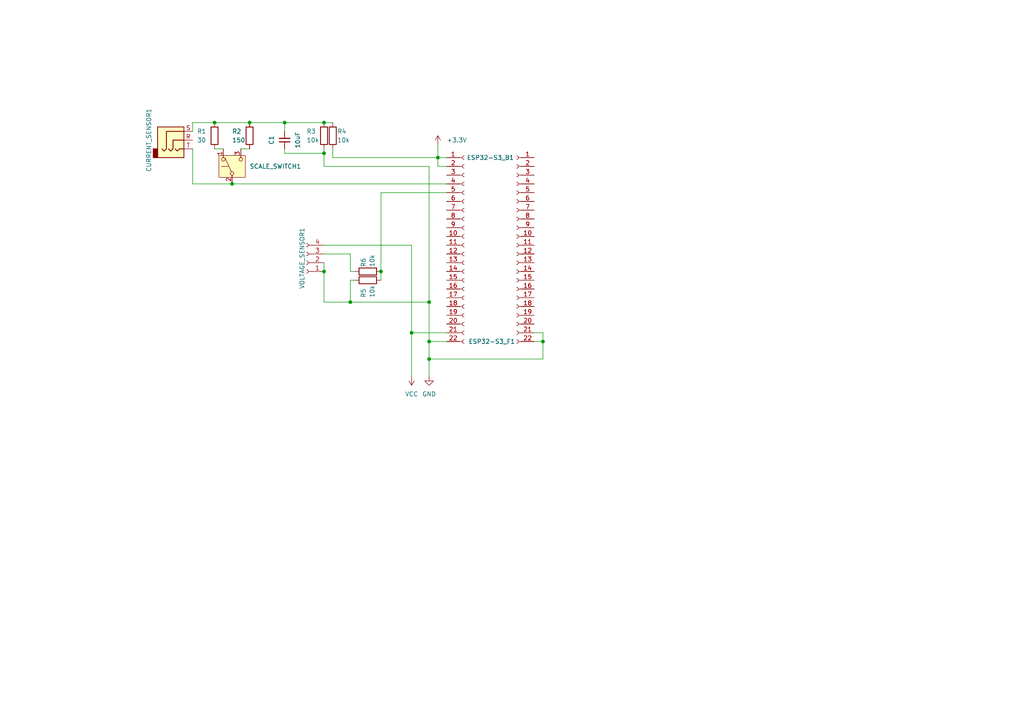
<source format=kicad_sch>
(kicad_sch (version 20230121) (generator eeschema)
  (paper "A4")
  (lib_symbols
    (symbol "Connector:Conn_01x04_Socket" (pin_names (offset 1.016) hide)
      (property "Reference" "J" (at 0 5.08 0))
      (property "Value" "Conn_01x04_Socket" (at 0 -7.62 0))
      (symbol "Conn_01x04_Socket_1_1"
        (arc (start 0 -4.572) (mid -0.5058 -5.08) (end 0 -5.588) (stroke (width 0.1524)))
        (arc (start 0 -2.032) (mid -0.5058 -2.54) (end 0 -3.048) (stroke (width 0.1524)))
        (polyline (pts (xy -1.27 -5.08) (xy -0.508 -5.08)) (stroke (width 0.1524)))
        (polyline (pts (xy -1.27 -2.54) (xy -0.508 -2.54)) (stroke (width 0.1524)))
        (polyline (pts (xy -1.27 0) (xy -0.508 0)) (stroke (width 0.1524)))
        (polyline (pts (xy -1.27 2.54) (xy -0.508 2.54)) (stroke (width 0.1524)))
        (arc (start 0 0.508) (mid -0.5058 0) (end 0 -0.508) (stroke (width 0.1524)))
        (arc (start 0 3.048) (mid -0.5058 2.54) (end 0 2.032) (stroke (width 0.1524)))
        (pin passive line (at -5.08 2.54 0) (length 3.81) (name "Pin_1") (number "1"))
        (pin passive line (at -5.08 0 0) (length 3.81) (name "Pin_2") (number "2"))
        (pin passive line (at -5.08 -2.54 0) (length 3.81) (name "Pin_3") (number "3"))
        (pin passive line (at -5.08 -5.08 0) (length 3.81) (name "Pin_4") (number "4"))
      )
    )
    (symbol "Connector:Conn_01x22_Socket" (pin_names (offset 1.016) hide)
      (property "Reference" "J" (at 0 27.94 0))
      (property "Value" "Conn_01x22_Socket" (at 0 -30.48 0))
      (symbol "Conn_01x22_Socket_1_1"
        (arc (start 0 -27.432) (mid -0.5058 -27.94) (end 0 -28.448) (stroke (width 0.1524)))
        (arc (start 0 -24.892) (mid -0.5058 -25.4) (end 0 -25.908) (stroke (width 0.1524)))
        (arc (start 0 -22.352) (mid -0.5058 -22.86) (end 0 -23.368) (stroke (width 0.1524)))
        (arc (start 0 -19.812) (mid -0.5058 -20.32) (end 0 -20.828) (stroke (width 0.1524)))
        (arc (start 0 -17.272) (mid -0.5058 -17.78) (end 0 -18.288) (stroke (width 0.1524)))
        (arc (start 0 -14.732) (mid -0.5058 -15.24) (end 0 -15.748) (stroke (width 0.1524)))
        (arc (start 0 -12.192) (mid -0.5058 -12.7) (end 0 -13.208) (stroke (width 0.1524)))
        (arc (start 0 -9.652) (mid -0.5058 -10.16) (end 0 -10.668) (stroke (width 0.1524)))
        (arc (start 0 -7.112) (mid -0.5058 -7.62) (end 0 -8.128) (stroke (width 0.1524)))
        (arc (start 0 -4.572) (mid -0.5058 -5.08) (end 0 -5.588) (stroke (width 0.1524)))
        (arc (start 0 -2.032) (mid -0.5058 -2.54) (end 0 -3.048) (stroke (width 0.1524)))
        (polyline (pts (xy -1.27 -27.94) (xy -0.508 -27.94)) (stroke (width 0.1524)))
        (polyline (pts (xy -1.27 -25.4) (xy -0.508 -25.4)) (stroke (width 0.1524)))
        (polyline (pts (xy -1.27 -22.86) (xy -0.508 -22.86)) (stroke (width 0.1524)))
        (polyline (pts (xy -1.27 -20.32) (xy -0.508 -20.32)) (stroke (width 0.1524)))
        (polyline (pts (xy -1.27 -17.78) (xy -0.508 -17.78)) (stroke (width 0.1524)))
        (polyline (pts (xy -1.27 -15.24) (xy -0.508 -15.24)) (stroke (width 0.1524)))
        (polyline (pts (xy -1.27 -12.7) (xy -0.508 -12.7)) (stroke (width 0.1524)))
        (polyline (pts (xy -1.27 -10.16) (xy -0.508 -10.16)) (stroke (width 0.1524)))
        (polyline (pts (xy -1.27 -7.62) (xy -0.508 -7.62)) (stroke (width 0.1524)))
        (polyline (pts (xy -1.27 -5.08) (xy -0.508 -5.08)) (stroke (width 0.1524)))
        (polyline (pts (xy -1.27 -2.54) (xy -0.508 -2.54)) (stroke (width 0.1524)))
        (polyline (pts (xy -1.27 0) (xy -0.508 0)) (stroke (width 0.1524)))
        (polyline (pts (xy -1.27 2.54) (xy -0.508 2.54)) (stroke (width 0.1524)))
        (polyline (pts (xy -1.27 5.08) (xy -0.508 5.08)) (stroke (width 0.1524)))
        (polyline (pts (xy -1.27 7.62) (xy -0.508 7.62)) (stroke (width 0.1524)))
        (polyline (pts (xy -1.27 10.16) (xy -0.508 10.16)) (stroke (width 0.1524)))
        (polyline (pts (xy -1.27 12.7) (xy -0.508 12.7)) (stroke (width 0.1524)))
        (polyline (pts (xy -1.27 15.24) (xy -0.508 15.24)) (stroke (width 0.1524)))
        (polyline (pts (xy -1.27 17.78) (xy -0.508 17.78)) (stroke (width 0.1524)))
        (polyline (pts (xy -1.27 20.32) (xy -0.508 20.32)) (stroke (width 0.1524)))
        (polyline (pts (xy -1.27 22.86) (xy -0.508 22.86)) (stroke (width 0.1524)))
        (polyline (pts (xy -1.27 25.4) (xy -0.508 25.4)) (stroke (width 0.1524)))
        (arc (start 0 0.508) (mid -0.5058 0) (end 0 -0.508) (stroke (width 0.1524)))
        (arc (start 0 3.048) (mid -0.5058 2.54) (end 0 2.032) (stroke (width 0.1524)))
        (arc (start 0 5.588) (mid -0.5058 5.08) (end 0 4.572) (stroke (width 0.1524)))
        (arc (start 0 8.128) (mid -0.5058 7.62) (end 0 7.112) (stroke (width 0.1524)))
        (arc (start 0 10.668) (mid -0.5058 10.16) (end 0 9.652) (stroke (width 0.1524)))
        (arc (start 0 13.208) (mid -0.5058 12.7) (end 0 12.192) (stroke (width 0.1524)))
        (arc (start 0 15.748) (mid -0.5058 15.24) (end 0 14.732) (stroke (width 0.1524)))
        (arc (start 0 18.288) (mid -0.5058 17.78) (end 0 17.272) (stroke (width 0.1524)))
        (arc (start 0 20.828) (mid -0.5058 20.32) (end 0 19.812) (stroke (width 0.1524)))
        (arc (start 0 23.368) (mid -0.5058 22.86) (end 0 22.352) (stroke (width 0.1524)))
        (arc (start 0 25.908) (mid -0.5058 25.4) (end 0 24.892) (stroke (width 0.1524)))
        (pin passive line (at -5.08 25.4 0) (length 3.81) (name "Pin_1") (number "1"))
        (pin passive line (at -5.08 2.54 0) (length 3.81) (name "Pin_10") (number "10"))
        (pin passive line (at -5.08 0 0) (length 3.81) (name "Pin_11") (number "11"))
        (pin passive line (at -5.08 -2.54 0) (length 3.81) (name "Pin_12") (number "12"))
        (pin passive line (at -5.08 -5.08 0) (length 3.81) (name "Pin_13") (number "13"))
        (pin passive line (at -5.08 -7.62 0) (length 3.81) (name "Pin_14") (number "14"))
        (pin passive line (at -5.08 -10.16 0) (length 3.81) (name "Pin_15") (number "15"))
        (pin passive line (at -5.08 -12.7 0) (length 3.81) (name "Pin_16") (number "16"))
        (pin passive line (at -5.08 -15.24 0) (length 3.81) (name "Pin_17") (number "17"))
        (pin passive line (at -5.08 -17.78 0) (length 3.81) (name "Pin_18") (number "18"))
        (pin passive line (at -5.08 -20.32 0) (length 3.81) (name "Pin_19") (number "19"))
        (pin passive line (at -5.08 22.86 0) (length 3.81) (name "Pin_2") (number "2"))
        (pin passive line (at -5.08 -22.86 0) (length 3.81) (name "Pin_20") (number "20"))
        (pin passive line (at -5.08 -25.4 0) (length 3.81) (name "Pin_21") (number "21"))
        (pin passive line (at -5.08 -27.94 0) (length 3.81) (name "Pin_22") (number "22"))
        (pin passive line (at -5.08 20.32 0) (length 3.81) (name "Pin_3") (number "3"))
        (pin passive line (at -5.08 17.78 0) (length 3.81) (name "Pin_4") (number "4"))
        (pin passive line (at -5.08 15.24 0) (length 3.81) (name "Pin_5") (number "5"))
        (pin passive line (at -5.08 12.7 0) (length 3.81) (name "Pin_6") (number "6"))
        (pin passive line (at -5.08 10.16 0) (length 3.81) (name "Pin_7") (number "7"))
        (pin passive line (at -5.08 7.62 0) (length 3.81) (name "Pin_8") (number "8"))
        (pin passive line (at -5.08 5.08 0) (length 3.81) (name "Pin_9") (number "9"))
      )
    )
    (symbol "Connector_Audio:AudioJack3"
      (property "Reference" "J" (at 0 8.89 0))
      (property "Value" "AudioJack3" (at 0 6.35 0))
      (symbol "AudioJack3_0_1"
        (rectangle (start -5.08 -5.08) (end -6.35 -2.54) (stroke (width 0.254)) (fill (type outline)))
        (polyline (pts (xy 0 -2.54) (xy 0.635 -3.175) (xy 1.27 -2.54) (xy 2.54 -2.54)) (stroke (width 0.254)))
        (polyline (pts (xy -1.905 -2.54) (xy -1.27 -3.175) (xy -0.635 -2.54) (xy -0.635 0) (xy 2.54 0)) (stroke (width 0.254)))
        (polyline (pts (xy 2.54 2.54) (xy -2.54 2.54) (xy -2.54 -2.54) (xy -3.175 -3.175) (xy -3.81 -2.54)) (stroke (width 0.254)))
        (rectangle (start 2.54 3.81) (end -5.08 -5.08) (stroke (width 0.254)) (fill (type background)))
      )
      (symbol "AudioJack3_1_1"
        (pin passive line (at 5.08 0 180) (length 2.54) (name "~") (number "R"))
        (pin passive line (at 5.08 2.54 180) (length 2.54) (name "~") (number "S"))
        (pin passive line (at 5.08 -2.54 180) (length 2.54) (name "~") (number "T"))
      )
    )
    (symbol "Device:C_Small" (pin_numbers hide) (pin_names (offset 0.254) hide)
      (property "Reference" "C" (at 0.254 1.778 0))
      (property "Value" "C_Small" (at 0.254 -2.032 0))
      (symbol "C_Small_0_1"
        (polyline (pts (xy -1.524 -0.508) (xy 1.524 -0.508)) (stroke (width 0.3302)))
        (polyline (pts (xy -1.524 0.508) (xy 1.524 0.508)) (stroke (width 0.3048)))
      )
      (symbol "C_Small_1_1"
        (pin passive line (at 0 2.54 270) (length 2.032) (name "~") (number "1"))
        (pin passive line (at 0 -2.54 90) (length 2.032) (name "~") (number "2"))
      )
    )
    (symbol "Device:R" (pin_numbers hide) (pin_names (offset 0))
      (property "Reference" "R" (at 2.032 0 90))
      (property "Value" "R" (at 0 0 90))
      (symbol "R_0_1"
        (rectangle (start -1.016 -2.54) (end 1.016 2.54) (stroke (width 0.254)))
      )
      (symbol "R_1_1"
        (pin passive line (at 0 3.81 270) (length 1.27) (name "~") (number "1"))
        (pin passive line (at 0 -3.81 90) (length 1.27) (name "~") (number "2"))
      )
    )
    (symbol "Switch:SW_Push_SPDT" (pin_names (offset 0) hide)
      (property "Reference" "SW" (at 0 5.08 0))
      (property "Value" "SW_Push_SPDT" (at 0 -5.08 0))
      (symbol "SW_Push_SPDT_0_0"
        (circle (center -2.032 0) (radius 0.508))
        (polyline (pts (xy 0 1.016) (xy 0 3.048)))
        (circle (center 2.032 -2.54) (radius 0.508))
      )
      (symbol "SW_Push_SPDT_0_1"
        (polyline (pts (xy -1.524 0.2032) (xy 2.3368 1.9812)))
        (circle (center 2.032 2.54) (radius 0.508))
      )
      (symbol "SW_Push_SPDT_1_1"
        (rectangle (start -3.175 3.81) (end 3.175 -3.81) (fill (type background)))
        (pin passive line (at 5.08 2.54 180) (length 2.54) (name "A") (number "1"))
        (pin passive line (at -5.08 0 0) (length 2.54) (name "B") (number "2"))
        (pin passive line (at 5.08 -2.54 180) (length 2.54) (name "C") (number "3"))
      )
    )
    (symbol "power:+3.3V" (power) (pin_names (offset 0))
      (property "Value" "+3.3V" (at 0 3.556 0))
      (symbol "+3.3V_0_1"
        (polyline (pts (xy -0.762 1.27) (xy 0 2.54)))
        (polyline (pts (xy 0 0) (xy 0 2.54)))
        (polyline (pts (xy 0 2.54) (xy 0.762 1.27)))
      )
      (symbol "+3.3V_1_1"
        (pin power_in line (at 0 0 90) (length 0) hide (name "+3.3V") (number "1"))
      )
    )
    (symbol "power:GND" (power) (pin_names (offset 0))
      (property "Value" "GND" (at 0 -3.81 0))
      (symbol "GND_0_1"
        (polyline (pts (xy 0 0) (xy 0 -1.27) (xy 1.27 -1.27) (xy 0 -2.54) (xy -1.27 -1.27) (xy 0 -1.27)))
      )
      (symbol "GND_1_1"
        (pin power_in line (at 0 0 270) (length 0) hide (name "GND") (number "1"))
      )
    )
    (symbol "power:VCC" (power) (pin_names (offset 0))
      (property "Value" "VCC" (at 0 3.81 0))
      (symbol "VCC_0_1"
        (polyline (pts (xy -0.762 1.27) (xy 0 2.54)))
        (polyline (pts (xy 0 0) (xy 0 2.54)))
        (polyline (pts (xy 0 2.54) (xy 0.762 1.27)))
      )
      (symbol "VCC_1_1"
        (pin power_in line (at 0 0 90) (length 0) hide (name "VCC") (number "1"))
      )
    )
  )
  (junction (at 93.98 35.56))
  (junction (at 124.46 104.14))
  (junction (at 127 45.72))
  (junction (at 124.46 99.06))
  (junction (at 82.55 35.56))
  (junction (at 93.98 78.74))
  (junction (at 62.23 35.56))
  (junction (at 72.39 35.56))
  (junction (at 67.31 53.34))
  (junction (at 119.38 96.52))
  (junction (at 101.6 87.63))
  (junction (at 93.98 44.45))
  (junction (at 124.46 87.63))
  (junction (at 157.48 99.06))
  (junction (at 110.49 78.74))
  (wire (pts (xy 154.94 96.52) (xy 157.48 96.52)))
  (wire (pts (xy 129.54 45.72) (xy 127 45.72)))
  (wire (pts (xy 82.55 35.56) (xy 93.98 35.56)))
  (wire (pts (xy 124.46 48.26) (xy 124.46 87.63)))
  (wire (pts (xy 157.48 96.52) (xy 157.48 99.06)))
  (wire (pts (xy 93.98 71.12) (xy 119.38 71.12)))
  (wire (pts (xy 82.55 38.1) (xy 82.55 35.56)))
  (wire (pts (xy 64.77 43.18) (xy 62.23 43.18)))
  (wire (pts (xy 55.88 35.56) (xy 55.88 38.1)))
  (wire (pts (xy 93.98 48.26) (xy 124.46 48.26)))
  (wire (pts (xy 72.39 35.56) (xy 82.55 35.56)))
  (wire (pts (xy 110.49 55.88) (xy 110.49 78.74)))
  (wire (pts (xy 124.46 99.06) (xy 129.54 99.06)))
  (wire (pts (xy 101.6 73.66) (xy 93.98 73.66)))
  (wire (pts (xy 101.6 81.28) (xy 102.87 81.28)))
  (wire (pts (xy 69.85 43.18) (xy 72.39 43.18)))
  (wire (pts (xy 129.54 55.88) (xy 110.49 55.88)))
  (wire (pts (xy 93.98 76.2) (xy 93.98 78.74)))
  (wire (pts (xy 82.55 44.45) (xy 82.55 43.18)))
  (wire (pts (xy 127 48.26) (xy 127 45.72)))
  (wire (pts (xy 93.98 35.56) (xy 96.52 35.56)))
  (wire (pts (xy 67.31 53.34) (xy 129.54 53.34)))
  (wire (pts (xy 154.94 99.06) (xy 157.48 99.06)))
  (wire (pts (xy 127 41.91) (xy 127 45.72)))
  (wire (pts (xy 96.52 43.18) (xy 96.52 45.72)))
  (wire (pts (xy 93.98 78.74) (xy 93.98 87.63)))
  (wire (pts (xy 157.48 99.06) (xy 157.48 104.14)))
  (wire (pts (xy 101.6 87.63) (xy 124.46 87.63)))
  (wire (pts (xy 119.38 71.12) (xy 119.38 96.52)))
  (wire (pts (xy 110.49 78.74) (xy 110.49 81.28)))
  (wire (pts (xy 96.52 45.72) (xy 127 45.72)))
  (wire (pts (xy 124.46 99.06) (xy 124.46 104.14)))
  (wire (pts (xy 62.23 35.56) (xy 72.39 35.56)))
  (wire (pts (xy 93.98 44.45) (xy 93.98 43.18)))
  (wire (pts (xy 93.98 48.26) (xy 93.98 44.45)))
  (wire (pts (xy 93.98 87.63) (xy 101.6 87.63)))
  (wire (pts (xy 101.6 81.28) (xy 101.6 87.63)))
  (wire (pts (xy 82.55 44.45) (xy 93.98 44.45)))
  (wire (pts (xy 124.46 87.63) (xy 124.46 99.06)))
  (wire (pts (xy 124.46 104.14) (xy 157.48 104.14)))
  (wire (pts (xy 101.6 78.74) (xy 101.6 73.66)))
  (wire (pts (xy 119.38 96.52) (xy 129.54 96.52)))
  (wire (pts (xy 55.88 35.56) (xy 62.23 35.56)))
  (wire (pts (xy 55.88 53.34) (xy 67.31 53.34)))
  (wire (pts (xy 124.46 104.14) (xy 124.46 109.22)))
  (wire (pts (xy 55.88 43.18) (xy 55.88 53.34)))
  (wire (pts (xy 119.38 96.52) (xy 119.38 109.22)))
  (wire (pts (xy 101.6 78.74) (xy 102.87 78.74)))
  (wire (pts (xy 129.54 48.26) (xy 127 48.26)))
  (symbol (lib_id "Device:R") (at 96.52 39.37 0) (unit 1)
    (property "Reference" "R4" (at 97.79 38.1 0) (effects (justify left)))
    (property "Value" "10k" (at 97.79 40.64 0) (effects (justify left)))
    (property "Footprint" "Resistor_THT:R_Axial_DIN0207_L6.3mm_D2.5mm_P10.16mm_Horizontal" (effects hide))
  )
  (symbol (lib_id "Device:R") (at 72.39 39.37 0) (unit 1)
    (property "Reference" "R2" (at 67.31 38.1 0) (effects (justify left)))
    (property "Value" "150" (at 67.31 40.64 0) (effects (justify left)))
    (property "Footprint" "Resistor_THT:R_Axial_DIN0207_L6.3mm_D2.5mm_P10.16mm_Horizontal" (effects hide))
  )
  (symbol (lib_id "Device:R") (at 106.68 81.28 90) (unit 1)
    (property "Reference" "R5" (at 105.41 86.36 0) (effects (justify left)))
    (property "Value" "10k" (at 107.95 86.36 0) (effects (justify left)))
    (property "Footprint" "Resistor_THT:R_Axial_DIN0207_L6.3mm_D2.5mm_P10.16mm_Horizontal" (effects hide))
  )
  (symbol (lib_id "power:GND") (at 124.46 109.22 0) (unit 1)
    (property "Reference" "#PWR01" (effects hide))
    (property "Value" "GND" (at 124.46 114.3 0))
  )
  (symbol (lib_id "Connector:Conn_01x22_Socket") (at 149.86 71.12 0) (mirror y) (unit 1)
    (property "Reference" "ESP32-S3_B1" (at 142.24 45.72 0))
    (property "Value" "Conn_01x22_Socket" (effects hide))
    (property "Footprint" "Connector_PinSocket_2.54mm:PinSocket_1x22_P2.54mm_Vertical" (effects hide))
  )
  (symbol (lib_id "power:+3.3V") (at 127 41.91 0) (unit 1)
    (property "Reference" "#PWR02" (effects hide))
    (property "Value" "+3.3V" (at 129.54 40.64 0) (effects (justify left)))
  )
  (symbol (lib_id "Connector:Conn_01x22_Socket") (at 134.62 71.12 0) (unit 1)
    (property "Reference" "ESP32-S3_F1" (at 135.89 99.06 0) (effects (justify left)))
    (property "Value" "Conn_01x22_Socket" (effects hide))
    (property "Footprint" "Connector_PinSocket_2.54mm:PinSocket_1x22_P2.54mm_Vertical" (effects hide))
  )
  (symbol (lib_id "Device:R") (at 93.98 39.37 0) (unit 1)
    (property "Reference" "R3" (at 88.9 38.1 0) (effects (justify left)))
    (property "Value" "10k" (at 88.9 40.64 0) (effects (justify left)))
    (property "Footprint" "Resistor_THT:R_Axial_DIN0207_L6.3mm_D2.5mm_P10.16mm_Horizontal" (effects hide))
  )
  (symbol (lib_id "Connector:Conn_01x04_Socket") (at 88.9 76.2 180) (unit 1)
    (property "Reference" "VOLTAGE_SENSOR1" (at 87.63 74.93 90))
    (property "Value" "Conn_01x04_Socket" (effects hide))
    (property "Footprint" "Connector_PinSocket_2.54mm:PinSocket_1x04_P2.54mm_Vertical" (effects hide))
  )
  (symbol (lib_id "Device:C_Small") (at 82.55 40.64 180) (unit 1)
    (property "Reference" "C1" (at 78.74 40.64 90))
    (property "Value" "10uF" (at 86.36 40.64 90))
    (property "Footprint" "Capacitor_THT:CP_Radial_D5.0mm_P2.00mm" (effects hide))
  )
  (symbol (lib_id "Device:R") (at 62.23 39.37 0) (unit 1)
    (property "Reference" "R1" (at 57.15 38.1 0) (effects (justify left)))
    (property "Value" "30" (at 57.15 40.64 0) (effects (justify left)))
    (property "Footprint" "Resistor_THT:R_Axial_DIN0207_L6.3mm_D2.5mm_P10.16mm_Horizontal" (effects hide))
  )
  (symbol (lib_id "power:VCC") (at 119.38 109.22 180) (unit 1)
    (property "Reference" "#PWR03" (effects hide))
    (property "Value" "VCC" (at 119.38 114.3 0))
  )
  (symbol (lib_id "Connector_Audio:AudioJack3") (at 50.8 40.64 0) (unit 1)
    (property "Reference" "CURRENT_SENSOR1" (at 43.18 40.64 90))
    (property "Value" "AudioJack3" (effects hide))
    (property "Footprint" "Connector_Audio:Jack_3.5mm_KoreanHropartsElec_PJ-320D-4A_Horizontal" (effects hide))
  )
  (symbol (lib_id "Device:R") (at 106.68 78.74 90) (unit 1)
    (property "Reference" "R6" (at 105.41 77.47 0) (effects (justify left)))
    (property "Value" "10k" (at 107.95 77.47 0) (effects (justify left)))
    (property "Footprint" "Resistor_THT:R_Axial_DIN0207_L6.3mm_D2.5mm_P10.16mm_Horizontal" (effects hide))
  )
  (symbol (lib_id "Switch:SW_Push_SPDT") (at 67.31 48.26 90) (unit 1)
    (property "Reference" "SCALE_SWITCH1" (at 72.39 48.26 90) (effects (justify right)))
    (property "Value" "SW_Push_SPDT" (effects hide))
    (property "Footprint" "Connector_PinSocket_2.54mm:PinSocket_1x03_P2.54mm_Vertical" (effects hide))
  )
)
</source>
